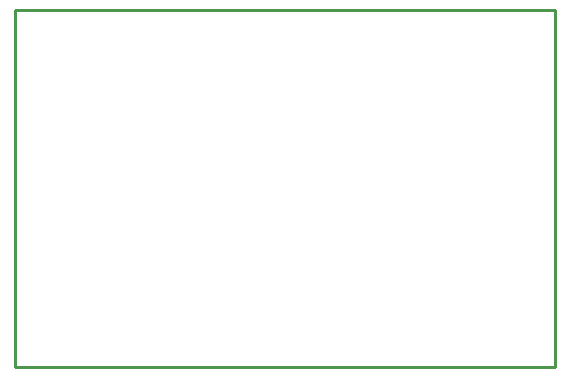
<source format=gbr>
G04 EAGLE Gerber RS-274X export*
G75*
%MOMM*%
%FSLAX34Y34*%
%LPD*%
%IN*%
%IPPOS*%
%AMOC8*
5,1,8,0,0,1.08239X$1,22.5*%
G01*
%ADD10C,0.254000*%


D10*
X38100Y101600D02*
X495100Y101600D01*
X495100Y403100D01*
X38100Y403100D01*
X38100Y101600D01*
M02*

</source>
